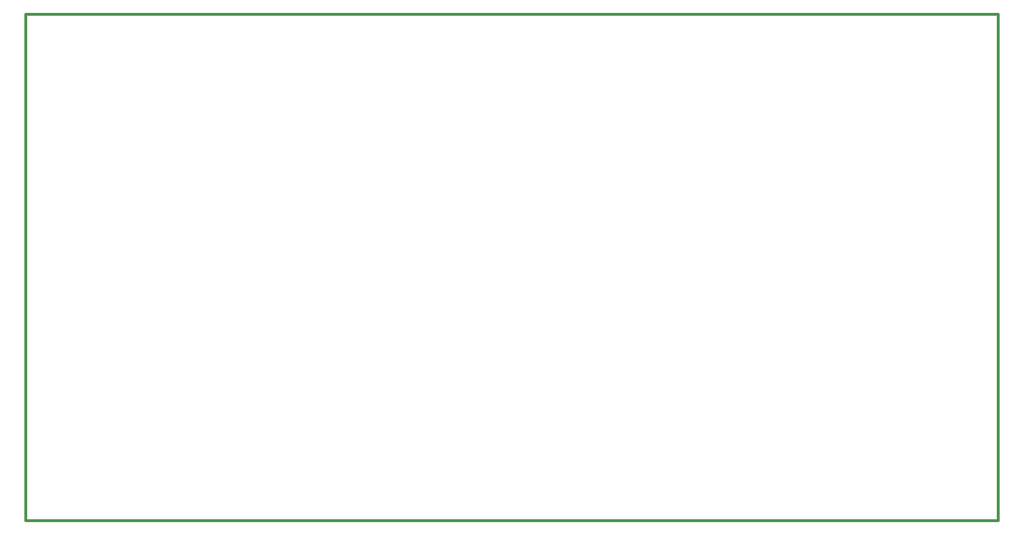
<source format=gko>
G04*
G04 #@! TF.GenerationSoftware,Altium Limited,CircuitStudio,1.5.1 (13)*
G04*
G04 Layer_Color=16720538*
%FSLAX25Y25*%
%MOIN*%
G70*
G01*
G75*
%ADD35C,0.01181*%
D35*
X559055Y417323D02*
Y653543D01*
X1011811D01*
X559055Y417323D02*
X1011811D01*
Y653543D01*
M02*

</source>
